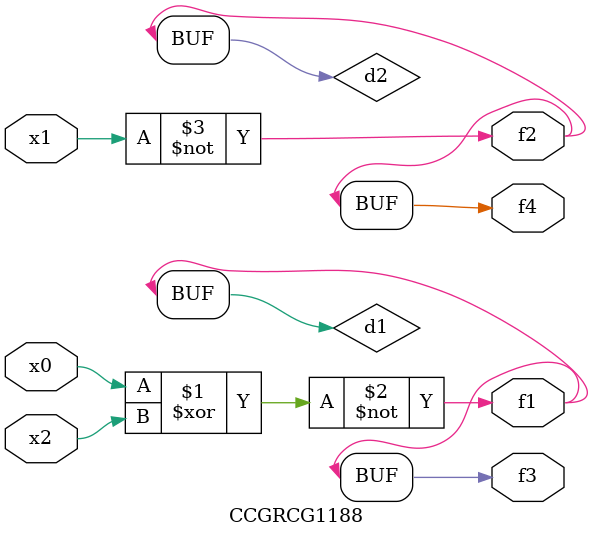
<source format=v>
module CCGRCG1188(
	input x0, x1, x2,
	output f1, f2, f3, f4
);

	wire d1, d2, d3;

	xnor (d1, x0, x2);
	nand (d2, x1);
	nor (d3, x1, x2);
	assign f1 = d1;
	assign f2 = d2;
	assign f3 = d1;
	assign f4 = d2;
endmodule

</source>
